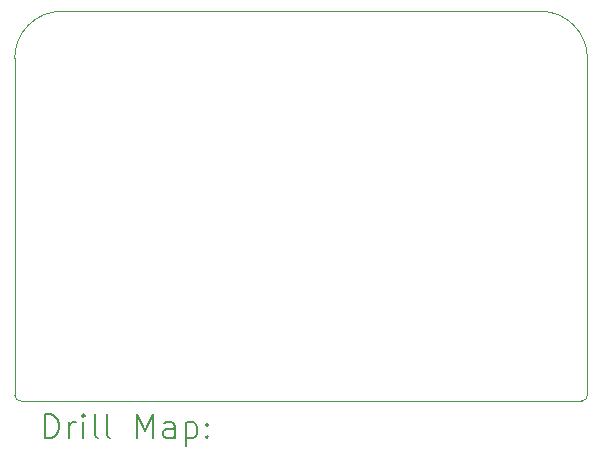
<source format=gbr>
%TF.GenerationSoftware,KiCad,Pcbnew,8.0.5*%
%TF.CreationDate,2024-10-04T20:46:04-04:00*%
%TF.ProjectId,memory card,6d656d6f-7279-4206-9361-72642e6b6963,V2*%
%TF.SameCoordinates,Original*%
%TF.FileFunction,Drillmap*%
%TF.FilePolarity,Positive*%
%FSLAX45Y45*%
G04 Gerber Fmt 4.5, Leading zero omitted, Abs format (unit mm)*
G04 Created by KiCad (PCBNEW 8.0.5) date 2024-10-04 20:46:04*
%MOMM*%
%LPD*%
G01*
G04 APERTURE LIST*
%ADD10C,0.050000*%
%ADD11C,0.200000*%
G04 APERTURE END LIST*
D10*
X18205319Y-11956000D02*
G75*
G02*
X18155319Y-12005999I-49999J0D01*
G01*
X18205319Y-11956000D02*
X18205319Y-9106000D01*
X13755319Y-8706000D02*
X17805319Y-8706000D01*
X17805319Y-8706000D02*
G75*
G02*
X18205320Y-9106000I1J-400000D01*
G01*
X13355319Y-11956000D02*
X13355319Y-9106000D01*
X13405319Y-12006000D02*
G75*
G02*
X13355320Y-11956000I1J50000D01*
G01*
X13355319Y-9106000D02*
G75*
G02*
X13755319Y-8705999I400001J0D01*
G01*
X13405319Y-12006000D02*
X18155319Y-12006000D01*
D11*
X13613596Y-12319984D02*
X13613596Y-12119984D01*
X13613596Y-12119984D02*
X13661215Y-12119984D01*
X13661215Y-12119984D02*
X13689786Y-12129508D01*
X13689786Y-12129508D02*
X13708834Y-12148555D01*
X13708834Y-12148555D02*
X13718358Y-12167603D01*
X13718358Y-12167603D02*
X13727881Y-12205698D01*
X13727881Y-12205698D02*
X13727881Y-12234269D01*
X13727881Y-12234269D02*
X13718358Y-12272365D01*
X13718358Y-12272365D02*
X13708834Y-12291412D01*
X13708834Y-12291412D02*
X13689786Y-12310460D01*
X13689786Y-12310460D02*
X13661215Y-12319984D01*
X13661215Y-12319984D02*
X13613596Y-12319984D01*
X13813596Y-12319984D02*
X13813596Y-12186650D01*
X13813596Y-12224746D02*
X13823119Y-12205698D01*
X13823119Y-12205698D02*
X13832643Y-12196174D01*
X13832643Y-12196174D02*
X13851691Y-12186650D01*
X13851691Y-12186650D02*
X13870739Y-12186650D01*
X13937405Y-12319984D02*
X13937405Y-12186650D01*
X13937405Y-12119984D02*
X13927881Y-12129508D01*
X13927881Y-12129508D02*
X13937405Y-12139031D01*
X13937405Y-12139031D02*
X13946929Y-12129508D01*
X13946929Y-12129508D02*
X13937405Y-12119984D01*
X13937405Y-12119984D02*
X13937405Y-12139031D01*
X14061215Y-12319984D02*
X14042167Y-12310460D01*
X14042167Y-12310460D02*
X14032643Y-12291412D01*
X14032643Y-12291412D02*
X14032643Y-12119984D01*
X14165977Y-12319984D02*
X14146929Y-12310460D01*
X14146929Y-12310460D02*
X14137405Y-12291412D01*
X14137405Y-12291412D02*
X14137405Y-12119984D01*
X14394548Y-12319984D02*
X14394548Y-12119984D01*
X14394548Y-12119984D02*
X14461215Y-12262841D01*
X14461215Y-12262841D02*
X14527881Y-12119984D01*
X14527881Y-12119984D02*
X14527881Y-12319984D01*
X14708834Y-12319984D02*
X14708834Y-12215222D01*
X14708834Y-12215222D02*
X14699310Y-12196174D01*
X14699310Y-12196174D02*
X14680262Y-12186650D01*
X14680262Y-12186650D02*
X14642167Y-12186650D01*
X14642167Y-12186650D02*
X14623119Y-12196174D01*
X14708834Y-12310460D02*
X14689786Y-12319984D01*
X14689786Y-12319984D02*
X14642167Y-12319984D01*
X14642167Y-12319984D02*
X14623119Y-12310460D01*
X14623119Y-12310460D02*
X14613596Y-12291412D01*
X14613596Y-12291412D02*
X14613596Y-12272365D01*
X14613596Y-12272365D02*
X14623119Y-12253317D01*
X14623119Y-12253317D02*
X14642167Y-12243793D01*
X14642167Y-12243793D02*
X14689786Y-12243793D01*
X14689786Y-12243793D02*
X14708834Y-12234269D01*
X14804072Y-12186650D02*
X14804072Y-12386650D01*
X14804072Y-12196174D02*
X14823119Y-12186650D01*
X14823119Y-12186650D02*
X14861215Y-12186650D01*
X14861215Y-12186650D02*
X14880262Y-12196174D01*
X14880262Y-12196174D02*
X14889786Y-12205698D01*
X14889786Y-12205698D02*
X14899310Y-12224746D01*
X14899310Y-12224746D02*
X14899310Y-12281888D01*
X14899310Y-12281888D02*
X14889786Y-12300936D01*
X14889786Y-12300936D02*
X14880262Y-12310460D01*
X14880262Y-12310460D02*
X14861215Y-12319984D01*
X14861215Y-12319984D02*
X14823119Y-12319984D01*
X14823119Y-12319984D02*
X14804072Y-12310460D01*
X14985024Y-12300936D02*
X14994548Y-12310460D01*
X14994548Y-12310460D02*
X14985024Y-12319984D01*
X14985024Y-12319984D02*
X14975500Y-12310460D01*
X14975500Y-12310460D02*
X14985024Y-12300936D01*
X14985024Y-12300936D02*
X14985024Y-12319984D01*
X14985024Y-12196174D02*
X14994548Y-12205698D01*
X14994548Y-12205698D02*
X14985024Y-12215222D01*
X14985024Y-12215222D02*
X14975500Y-12205698D01*
X14975500Y-12205698D02*
X14985024Y-12196174D01*
X14985024Y-12196174D02*
X14985024Y-12215222D01*
M02*

</source>
